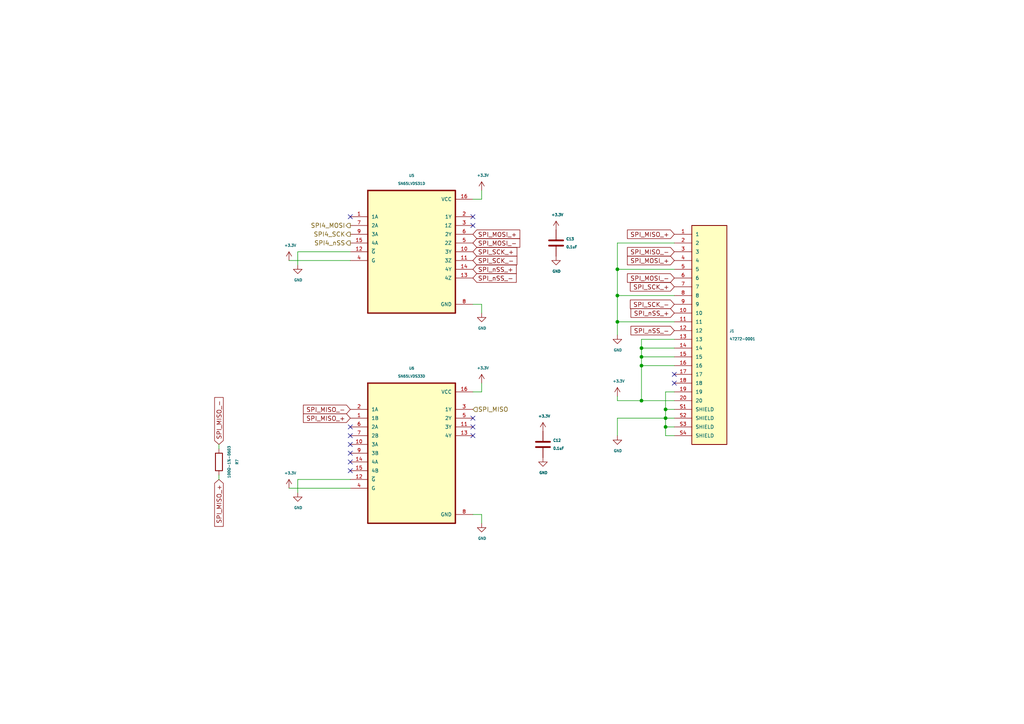
<source format=kicad_sch>
(kicad_sch (version 20230121) (generator eeschema)
  (paper "A4")
  (lib_symbols
    (symbol "Device:C" (pin_numbers hide) (pin_names (offset 0.254))
      (property "Reference" "C" (at 0.635 2.54 0))
      (property "Value" "C" (at 0.635 -2.54 0))
      (symbol "C_0_1"
        (polyline (pts (xy -2.032 -0.762) (xy 2.032 -0.762)) (stroke (width 0.508)))
        (polyline (pts (xy -2.032 0.762) (xy 2.032 0.762)) (stroke (width 0.508)))
      )
      (symbol "C_1_1"
        (pin passive line (at 0 3.81 270) (length 2.794) (name "~") (number "1"))
        (pin passive line (at 0 -3.81 90) (length 2.794) (name "~") (number "2"))
      )
    )
    (symbol "Device:R" (pin_numbers hide) (pin_names (offset 0))
      (property "Reference" "R" (at 2.032 0 90))
      (property "Value" "R" (at 0 0 90))
      (symbol "R_0_1"
        (rectangle (start -1.016 -2.54) (end 1.016 2.54) (stroke (width 0.254)))
      )
      (symbol "R_1_1"
        (pin passive line (at 0 3.81 270) (length 1.27) (name "~") (number "1"))
        (pin passive line (at 0 -3.81 90) (length 1.27) (name "~") (number "2"))
      )
    )
    (symbol "EVCONCEPT:47272-0001" (pin_names (offset 1.016))
      (property "Reference" "J" (at -5.08 28.448 0))
      (property "Value" "EVCONCEPT_47272-0001" (at -6.35 -38.1 0))
      (symbol "47272-0001_0_0"
        (rectangle (start -5.08 -35.56) (end 5.08 27.94) (stroke (width 0.254)) (fill (type background)))
        (pin passive line (at -10.16 25.4 0) (length 5.08) (name "1") (number "1"))
        (pin passive line (at -10.16 2.54 0) (length 5.08) (name "10") (number "10"))
        (pin passive line (at -10.16 0 0) (length 5.08) (name "11") (number "11"))
        (pin passive line (at -10.16 -2.54 0) (length 5.08) (name "12") (number "12"))
        (pin passive line (at -10.16 -5.08 0) (length 5.08) (name "13") (number "13"))
        (pin passive line (at -10.16 -7.62 0) (length 5.08) (name "14") (number "14"))
        (pin passive line (at -10.16 -10.16 0) (length 5.08) (name "15") (number "15"))
        (pin passive line (at -10.16 -12.7 0) (length 5.08) (name "16") (number "16"))
        (pin passive line (at -10.16 -15.24 0) (length 5.08) (name "17") (number "17"))
        (pin passive line (at -10.16 -17.78 0) (length 5.08) (name "18") (number "18"))
        (pin passive line (at -10.16 -20.32 0) (length 5.08) (name "19") (number "19"))
        (pin passive line (at -10.16 22.86 0) (length 5.08) (name "2") (number "2"))
        (pin passive line (at -10.16 -22.86 0) (length 5.08) (name "20") (number "20"))
        (pin passive line (at -10.16 20.32 0) (length 5.08) (name "3") (number "3"))
        (pin passive line (at -10.16 17.78 0) (length 5.08) (name "4") (number "4"))
        (pin passive line (at -10.16 15.24 0) (length 5.08) (name "5") (number "5"))
        (pin passive line (at -10.16 12.7 0) (length 5.08) (name "6") (number "6"))
        (pin passive line (at -10.16 10.16 0) (length 5.08) (name "7") (number "7"))
        (pin passive line (at -10.16 7.62 0) (length 5.08) (name "8") (number "8"))
        (pin passive line (at -10.16 5.08 0) (length 5.08) (name "9") (number "9"))
        (pin passive line (at -10.16 -25.4 0) (length 5.08) (name "SHIELD") (number "S1"))
        (pin passive line (at -10.16 -27.94 0) (length 5.08) (name "SHIELD") (number "S2"))
        (pin passive line (at -10.16 -30.48 0) (length 5.08) (name "SHIELD") (number "S3"))
        (pin passive line (at -10.16 -33.02 0) (length 5.08) (name "SHIELD") (number "S4"))
      )
    )
    (symbol "EVCONCEPT:SN65LVDS31D" (pin_names (offset 1.016))
      (property "Reference" "U" (at -12.7 18.7706 0))
      (property "Value" "EVCONCEPT_SN65LVDS31D" (at -12.7 -21.7678 0))
      (symbol "SN65LVDS31D_0_0"
        (rectangle (start -12.7 -17.78) (end 12.7 17.78) (stroke (width 0.4064)) (fill (type background)))
        (pin input line (at -17.78 10.16 0) (length 5.08) (name "1A") (number "1"))
        (pin output line (at 17.78 0 180) (length 5.08) (name "3Y") (number "10"))
        (pin output line (at 17.78 -2.54 180) (length 5.08) (name "3Z") (number "11"))
        (pin input line (at -17.78 0 0) (length 5.08) (name "~{G}") (number "12"))
        (pin output line (at 17.78 -7.62 180) (length 5.08) (name "4Z") (number "13"))
        (pin output line (at 17.78 -5.08 180) (length 5.08) (name "4Y") (number "14"))
        (pin input line (at -17.78 2.54 0) (length 5.08) (name "4A") (number "15"))
        (pin power_in line (at 17.78 15.24 180) (length 5.08) (name "VCC") (number "16"))
        (pin output line (at 17.78 10.16 180) (length 5.08) (name "1Y") (number "2"))
        (pin output line (at 17.78 7.62 180) (length 5.08) (name "1Z") (number "3"))
        (pin input line (at -17.78 -2.54 0) (length 5.08) (name "G") (number "4"))
        (pin output line (at 17.78 2.54 180) (length 5.08) (name "2Z") (number "5"))
        (pin output line (at 17.78 5.08 180) (length 5.08) (name "2Y") (number "6"))
        (pin input line (at -17.78 7.62 0) (length 5.08) (name "2A") (number "7"))
        (pin power_in line (at 17.78 -15.24 180) (length 5.08) (name "GND") (number "8"))
        (pin input line (at -17.78 5.08 0) (length 5.08) (name "3A") (number "9"))
      )
    )
    (symbol "EVCONCEPT:SN65LVDS33D" (pin_names (offset 1.016))
      (property "Reference" "U" (at -12.7 21.3106 0))
      (property "Value" "EVCONCEPT_SN65LVDS33D" (at -12.7 -24.3078 0))
      (symbol "SN65LVDS33D_0_0"
        (rectangle (start -12.7 -20.32) (end 12.7 20.32) (stroke (width 0.4064)) (fill (type background)))
        (pin input line (at -17.78 10.16 0) (length 5.08) (name "1B") (number "1"))
        (pin input line (at -17.78 2.54 0) (length 5.08) (name "3A") (number "10"))
        (pin output line (at 17.78 7.62 180) (length 5.08) (name "3Y") (number "11"))
        (pin input line (at -17.78 -7.62 0) (length 5.08) (name "~{G}") (number "12"))
        (pin output line (at 17.78 5.08 180) (length 5.08) (name "4Y") (number "13"))
        (pin input line (at -17.78 -2.54 0) (length 5.08) (name "4A") (number "14"))
        (pin input line (at -17.78 -5.08 0) (length 5.08) (name "4B") (number "15"))
        (pin power_in line (at 17.78 17.78 180) (length 5.08) (name "VCC") (number "16"))
        (pin input line (at -17.78 12.7 0) (length 5.08) (name "1A") (number "2"))
        (pin output line (at 17.78 12.7 180) (length 5.08) (name "1Y") (number "3"))
        (pin input line (at -17.78 -10.16 0) (length 5.08) (name "G") (number "4"))
        (pin output line (at 17.78 10.16 180) (length 5.08) (name "2Y") (number "5"))
        (pin input line (at -17.78 7.62 0) (length 5.08) (name "2A") (number "6"))
        (pin input line (at -17.78 5.08 0) (length 5.08) (name "2B") (number "7"))
        (pin power_in line (at 17.78 -17.78 180) (length 5.08) (name "GND") (number "8"))
        (pin input line (at -17.78 0 0) (length 5.08) (name "3B") (number "9"))
      )
    )
    (symbol "power:+3.3V" (power) (pin_names (offset 0))
      (property "Value" "+3.3V" (at 0 3.556 0))
      (symbol "+3.3V_0_1"
        (polyline (pts (xy -0.762 1.27) (xy 0 2.54)))
        (polyline (pts (xy 0 0) (xy 0 2.54)))
        (polyline (pts (xy 0 2.54) (xy 0.762 1.27)))
      )
      (symbol "+3.3V_1_1"
        (pin power_in line (at 0 0 90) (length 0) hide (name "+3.3V") (number "1"))
      )
    )
    (symbol "power:GND" (power) (pin_names (offset 0))
      (property "Value" "GND" (at 0 -3.81 0))
      (symbol "GND_0_1"
        (polyline (pts (xy 0 0) (xy 0 -1.27) (xy 1.27 -1.27) (xy 0 -2.54) (xy -1.27 -1.27) (xy 0 -1.27)))
      )
      (symbol "GND_1_1"
        (pin power_in line (at 0 0 270) (length 0) hide (name "GND") (number "1"))
      )
    )
  )
  (junction (at 186.055 116.205))
  (junction (at 186.055 100.965))
  (junction (at 186.055 103.505))
  (junction (at 179.07 78.105))
  (junction (at 193.04 118.745))
  (junction (at 186.055 106.045))
  (junction (at 193.04 123.825))
  (junction (at 193.04 121.285))
  (junction (at 179.07 85.725))
  (junction (at 179.07 93.345))
  (no_connect (at 101.6 136.525))
  (no_connect (at 195.58 108.585))
  (no_connect (at 101.6 133.985))
  (no_connect (at 137.16 65.405))
  (no_connect (at 137.16 126.365))
  (no_connect (at 101.6 131.445))
  (no_connect (at 101.6 128.905))
  (no_connect (at 137.16 123.825))
  (no_connect (at 101.6 126.365))
  (no_connect (at 195.58 111.125))
  (no_connect (at 137.16 62.865))
  (no_connect (at 101.6 62.865))
  (no_connect (at 137.16 121.285))
  (no_connect (at 101.6 123.825))
  (wire (pts (xy 63.5 137.795) (xy 63.5 139.065)))
  (wire (pts (xy 63.5 128.905) (xy 63.5 130.175)))
  (wire (pts (xy 186.055 103.505) (xy 186.055 106.045)))
  (wire (pts (xy 195.58 78.105) (xy 179.07 78.105)))
  (wire (pts (xy 186.055 100.965) (xy 195.58 100.965)))
  (wire (pts (xy 83.82 141.605) (xy 101.6 141.605)))
  (wire (pts (xy 86.36 139.065) (xy 101.6 139.065)))
  (wire (pts (xy 195.58 93.345) (xy 179.07 93.345)))
  (wire (pts (xy 195.58 98.425) (xy 186.055 98.425)))
  (wire (pts (xy 179.07 116.205) (xy 179.07 114.935)))
  (wire (pts (xy 186.055 100.965) (xy 186.055 103.505)))
  (wire (pts (xy 186.055 106.045) (xy 195.58 106.045)))
  (wire (pts (xy 83.82 75.565) (xy 101.6 75.565)))
  (wire (pts (xy 137.16 149.225) (xy 139.7 149.225)))
  (wire (pts (xy 179.07 70.485) (xy 179.07 78.105)))
  (wire (pts (xy 137.16 88.265) (xy 139.7 88.265)))
  (wire (pts (xy 179.07 78.105) (xy 179.07 85.725)))
  (wire (pts (xy 137.16 57.785) (xy 139.7 57.785)))
  (wire (pts (xy 179.07 93.345) (xy 179.07 97.155)))
  (wire (pts (xy 193.04 113.665) (xy 193.04 118.745)))
  (wire (pts (xy 179.07 116.205) (xy 186.055 116.205)))
  (wire (pts (xy 186.055 98.425) (xy 186.055 100.965)))
  (wire (pts (xy 139.7 113.665) (xy 139.7 111.125)))
  (wire (pts (xy 86.36 73.025) (xy 86.36 76.835)))
  (wire (pts (xy 86.36 139.065) (xy 86.36 142.875)))
  (wire (pts (xy 195.58 121.285) (xy 193.04 121.285)))
  (wire (pts (xy 193.04 121.285) (xy 193.04 118.745)))
  (wire (pts (xy 186.055 116.205) (xy 195.58 116.205)))
  (wire (pts (xy 139.7 149.225) (xy 139.7 151.765)))
  (wire (pts (xy 179.07 121.285) (xy 179.07 126.365)))
  (wire (pts (xy 195.58 113.665) (xy 193.04 113.665)))
  (wire (pts (xy 186.055 103.505) (xy 195.58 103.505)))
  (wire (pts (xy 137.16 113.665) (xy 139.7 113.665)))
  (wire (pts (xy 179.07 85.725) (xy 179.07 93.345)))
  (wire (pts (xy 139.7 88.265) (xy 139.7 90.805)))
  (wire (pts (xy 193.04 126.365) (xy 193.04 123.825)))
  (wire (pts (xy 195.58 123.825) (xy 193.04 123.825)))
  (wire (pts (xy 195.58 126.365) (xy 193.04 126.365)))
  (wire (pts (xy 139.7 57.785) (xy 139.7 55.245)))
  (wire (pts (xy 195.58 85.725) (xy 179.07 85.725)))
  (wire (pts (xy 193.04 118.745) (xy 195.58 118.745)))
  (wire (pts (xy 186.055 106.045) (xy 186.055 116.205)))
  (wire (pts (xy 179.07 121.285) (xy 193.04 121.285)))
  (wire (pts (xy 195.58 70.485) (xy 179.07 70.485)))
  (wire (pts (xy 86.36 73.025) (xy 101.6 73.025)))
  (wire (pts (xy 193.04 121.285) (xy 193.04 123.825)))
  (global_label "SPI_MISO_-" (shape input) (at 63.5 128.905 90) (property "Intersheetrefs" "${INTERSHEET_REFS}" (effects hide)))
  (global_label "SPI_nSS_+" (shape input) (at 195.58 90.805 180) (property "Intersheetrefs" "${INTERSHEET_REFS}" (effects hide)))
  (global_label "SPI_MISO_+" (shape input) (at 63.5 139.065 270) (property "Intersheetrefs" "${INTERSHEET_REFS}" (effects hide)))
  (global_label "SPI_SCK_-" (shape input) (at 195.58 88.265 180) (property "Intersheetrefs" "${INTERSHEET_REFS}" (effects hide)))
  (global_label "SPI_MOSI_-" (shape input) (at 137.16 70.485 0) (property "Intersheetrefs" "${INTERSHEET_REFS}" (effects hide)))
  (global_label "SPI_SCK_+" (shape input) (at 137.16 73.025 0) (property "Intersheetrefs" "${INTERSHEET_REFS}" (effects hide)))
  (global_label "SPI_MOSI_+" (shape input) (at 137.16 67.945 0) (property "Intersheetrefs" "${INTERSHEET_REFS}" (effects hide)))
  (global_label "SPI_nSS_+" (shape input) (at 137.16 78.105 0) (property "Intersheetrefs" "${INTERSHEET_REFS}" (effects hide)))
  (global_label "SPI_nSS_-" (shape input) (at 137.16 80.645 0) (property "Intersheetrefs" "${INTERSHEET_REFS}" (effects hide)))
  (global_label "SPI_MISO_+" (shape input) (at 101.6 121.285 180) (property "Intersheetrefs" "${INTERSHEET_REFS}" (effects hide)))
  (global_label "SPI_SCK_+" (shape input) (at 195.58 83.185 180) (property "Intersheetrefs" "${INTERSHEET_REFS}" (effects hide)))
  (global_label "SPI_MISO_+" (shape input) (at 195.58 67.945 180) (property "Intersheetrefs" "${INTERSHEET_REFS}" (effects hide)))
  (global_label "SPI_MISO_-" (shape input) (at 101.6 118.745 180) (property "Intersheetrefs" "${INTERSHEET_REFS}" (effects hide)))
  (global_label "SPI_MOSI_-" (shape input) (at 195.58 80.645 180) (property "Intersheetrefs" "${INTERSHEET_REFS}" (effects hide)))
  (global_label "SPI_SCK_-" (shape input) (at 137.16 75.565 0) (property "Intersheetrefs" "${INTERSHEET_REFS}" (effects hide)))
  (global_label "SPI_MOSI_+" (shape input) (at 195.58 75.565 180) (property "Intersheetrefs" "${INTERSHEET_REFS}" (effects hide)))
  (global_label "SPI_MISO_-" (shape input) (at 195.58 73.025 180) (property "Intersheetrefs" "${INTERSHEET_REFS}" (effects hide)))
  (global_label "SPI_nSS_-" (shape input) (at 195.58 95.885 180) (property "Intersheetrefs" "${INTERSHEET_REFS}" (effects hide)))
  (hierarchical_label "SPI4_MOSI" (shape output) (at 101.6 65.405 180))
  (hierarchical_label "SPI_MISO" (shape input) (at 137.16 118.745 0))
  (hierarchical_label "SPI4_nSS" (shape output) (at 101.6 70.485 180))
  (hierarchical_label "SPI4_SCK" (shape output) (at 101.6 67.945 180))
  (symbol (lib_id "power:+3.3V") (at 179.07 114.935 0) (unit 1)
    (property "Reference" "#PWR033" (effects hide))
    (property "Value" "+3.3V" (at 179.451 110.5408 0) (effects (font (size 0.75 0.75))))
    (instances (project "Knockoff Inverter" (path "" (reference "#PWR033") (unit 1)) (path "" (reference "#PWR043") (unit 1))) (project "DRV8350S_Double" (path "" (reference "#PWR0153") (unit 1))))
  )
  (symbol (lib_id "Device:C") (at 161.29 70.485 0) (unit 1)
    (property "Reference" "C13" (at 164.211 69.3166 0) (effects (font (size 0.75 0.75)) (justify left)))
    (property "Value" "0.1uF" (at 164.211 71.628 0) (effects (font (size 0.75 0.75)) (justify left)))
    (property "Footprint" "Capacitor_SMD:C_0603_1608Metric" (effects hide))
    (property "LCSC" "C14663" (effects hide))
    (property "MPN" "C14663" (effects hide))
    (instances (project "Knockoff Inverter" (path "" (reference "C13") (unit 1)) (path "" (reference "C13") (unit 1))) (project "DRV8350S_Double" (path "" (reference "C88") (unit 1))))
  )
  (symbol (lib_id "power:+3.3V") (at 83.82 141.605 0) (unit 1)
    (property "Reference" "#PWR035" (effects hide))
    (property "Value" "+3.3V" (at 84.201 137.2108 0) (effects (font (size 0.75 0.75))))
    (instances (project "Knockoff Inverter" (path "" (reference "#PWR035") (unit 1)) (path "" (reference "#PWR075") (unit 1))) (project "DRV8350S_Double" (path "" (reference "#PWR0110") (unit 1))))
  )
  (symbol (lib_id "EVCONCEPT:SN65LVDS31D") (at 119.38 73.025 0) (unit 1)
    (property "Reference" "U5" (at 119.38 50.927 0) (effects (font (size 0.75 0.75))))
    (property "Value" "SN65LVDS31D" (at 119.38 53.2384 0) (effects (font (size 0.75 0.75))))
    (property "Footprint" "Package_SO:SOIC-16_3.9x9.9mm_P1.27mm" (effects hide))
    (property "LCSC" "C1508988" (effects hide))
    (property "MPN" "C1508988" (effects hide))
    (instances (project "Knockoff Inverter" (path "" (reference "U5") (unit 1)) (path "" (reference "U5") (unit 1))) (project "DRV8350S_Double" (path "" (reference "U10") (unit 1))))
  )
  (symbol (lib_id "power:GND") (at 86.36 142.875 0) (unit 1)
    (property "Reference" "#PWR036" (effects hide))
    (property "Value" "GND" (at 86.487 147.2692 0) (effects (font (size 0.75 0.75))))
    (instances (project "Knockoff Inverter" (path "" (reference "#PWR036") (unit 1)) (path "" (reference "#PWR076") (unit 1))) (project "DRV8350S_Double" (path "" (reference "#PWR0109") (unit 1))))
  )
  (symbol (lib_id "power:GND") (at 157.48 132.715 0) (unit 1)
    (property "Reference" "#PWR042" (effects hide))
    (property "Value" "GND" (at 157.607 137.1092 0) (effects (font (size 0.75 0.75))))
    (instances (project "Knockoff Inverter" (path "" (reference "#PWR042") (unit 1)) (path "" (reference "#PWR039") (unit 1))) (project "DRV8350S_Double" (path "" (reference "#PWR0182") (unit 1))))
  )
  (symbol (lib_id "power:+3.3V") (at 139.7 111.125 0) (unit 1)
    (property "Reference" "#PWR039" (effects hide))
    (property "Value" "+3.3V" (at 140.081 106.7308 0) (effects (font (size 0.75 0.75))))
    (instances (project "Knockoff Inverter" (path "" (reference "#PWR039") (unit 1)) (path "" (reference "#PWR036") (unit 1))) (project "DRV8350S_Double" (path "" (reference "#PWR0140") (unit 1))))
  )
  (symbol (lib_id "power:+3.3V") (at 139.7 55.245 0) (unit 1)
    (property "Reference" "#PWR037" (effects hide))
    (property "Value" "+3.3V" (at 140.081 50.8508 0) (effects (font (size 0.75 0.75))))
    (instances (project "Knockoff Inverter" (path "" (reference "#PWR037") (unit 1)) (path "" (reference "#PWR034") (unit 1))) (project "DRV8350S_Double" (path "" (reference "#PWR0107") (unit 1))))
  )
  (symbol (lib_id "Device:C") (at 157.48 128.905 0) (unit 1)
    (property "Reference" "C12" (at 160.401 127.7366 0) (effects (font (size 0.75 0.75)) (justify left)))
    (property "Value" "0.1uF" (at 160.401 130.048 0) (effects (font (size 0.75 0.75)) (justify left)))
    (property "Footprint" "Capacitor_SMD:C_0603_1608Metric" (effects hide))
    (property "LCSC" "C14663" (effects hide))
    (property "MPN" "C14663" (effects hide))
    (instances (project "Knockoff Inverter" (path "" (reference "C12") (unit 1)) (path "" (reference "C12") (unit 1))) (project "DRV8350S_Double" (path "" (reference "C87") (unit 1))))
  )
  (symbol (lib_id "EVCONCEPT:47272-0001") (at 205.74 93.345 0) (unit 1)
    (property "Reference" "J1" (at 211.582 95.9866 0) (effects (font (size 0.75 0.75)) (justify left)))
    (property "Value" "47272-0001" (at 211.582 98.298 0) (effects (font (size 0.75 0.75)) (justify left)))
    (property "Footprint" "_Home_Grow:MOLEX_47272-0001" (effects hide))
    (property "DESCRIPTION" "Conn Display Port RCP 20 POS 0.5mm Solder RA SMD 20 Terminal 1 Port DisplayPort T/R" (effects hide))
    (property "PACKAGE" "None" (effects hide))
    (property "AVAILABILITY" "Unavailable" (effects hide))
    (property "MP" "47272-0001" (effects hide))
    (property "PRICE" "None" (effects hide))
    (property "MF" "Molex" (effects hide))
    (property "LCSC" "C711350" (effects hide))
    (property "MPN" "C711350" (effects hide))
    (instances (project "Knockoff Inverter" (path "" (reference "J1") (unit 1)) (path "" (reference "J1") (unit 1))) (project "DRV8350S_Double" (path "" (reference "J4") (unit 1))))
  )
  (symbol (lib_id "power:GND") (at 179.07 126.365 0) (unit 1)
    (property "Reference" "#PWR034" (effects hide))
    (property "Value" "GND" (at 179.197 130.7592 0) (effects (font (size 0.75 0.75))))
    (instances (project "Knockoff Inverter" (path "" (reference "#PWR034") (unit 1)) (path "" (reference "#PWR044") (unit 1))) (project "DRV8350S_Double" (path "" (reference "#PWR0152") (unit 1))))
  )
  (symbol (lib_id "power:GND") (at 139.7 90.805 0) (unit 1)
    (property "Reference" "#PWR038" (effects hide))
    (property "Value" "GND" (at 139.827 95.1992 0) (effects (font (size 0.75 0.75))))
    (instances (project "Knockoff Inverter" (path "" (reference "#PWR038") (unit 1)) (path "" (reference "#PWR035") (unit 1))) (project "DRV8350S_Double" (path "" (reference "#PWR0106") (unit 1))))
  )
  (symbol (lib_id "power:GND") (at 139.7 151.765 0) (unit 1)
    (property "Reference" "#PWR040" (effects hide))
    (property "Value" "GND" (at 139.827 156.1592 0) (effects (font (size 0.75 0.75))))
    (instances (project "Knockoff Inverter" (path "" (reference "#PWR040") (unit 1)) (path "" (reference "#PWR037") (unit 1))) (project "DRV8350S_Double" (path "" (reference "#PWR0139") (unit 1))))
  )
  (symbol (lib_id "power:+3.3V") (at 157.48 125.095 0) (unit 1)
    (property "Reference" "#PWR041" (effects hide))
    (property "Value" "+3.3V" (at 157.861 120.7008 0) (effects (font (size 0.75 0.75))))
    (instances (project "Knockoff Inverter" (path "" (reference "#PWR041") (unit 1)) (path "" (reference "#PWR038") (unit 1))) (project "DRV8350S_Double" (path "" (reference "#PWR0181") (unit 1))))
  )
  (symbol (lib_id "power:GND") (at 161.29 74.295 0) (unit 1)
    (property "Reference" "#PWR044" (effects hide))
    (property "Value" "GND" (at 161.417 78.6892 0) (effects (font (size 0.75 0.75))))
    (instances (project "Knockoff Inverter" (path "" (reference "#PWR044") (unit 1)) (path "" (reference "#PWR041") (unit 1))) (project "DRV8350S_Double" (path "" (reference "#PWR0180") (unit 1))))
  )
  (symbol (lib_id "power:+3.3V") (at 161.29 66.675 0) (unit 1)
    (property "Reference" "#PWR043" (effects hide))
    (property "Value" "+3.3V" (at 161.671 62.2808 0) (effects (font (size 0.75 0.75))))
    (instances (project "Knockoff Inverter" (path "" (reference "#PWR043") (unit 1)) (path "" (reference "#PWR040") (unit 1))) (project "DRV8350S_Double" (path "" (reference "#PWR0179") (unit 1))))
  )
  (symbol (lib_id "power:GND") (at 179.07 97.155 0) (unit 1)
    (property "Reference" "#PWR032" (effects hide))
    (property "Value" "GND" (at 179.197 101.5492 0) (effects (font (size 0.75 0.75))))
    (instances (project "Knockoff Inverter" (path "" (reference "#PWR032") (unit 1)) (path "" (reference "#PWR042") (unit 1))) (project "DRV8350S_Double" (path "" (reference "#PWR0154") (unit 1))))
  )
  (symbol (lib_id "Device:R") (at 63.5 133.985 180) (unit 1)
    (property "Reference" "R7" (at 68.7578 133.985 90) (effects (font (size 0.75 0.75))))
    (property "Value" "100Ω-1%-0603" (at 66.4464 133.985 90) (effects (font (size 0.75 0.75))))
    (property "Footprint" "Resistor_SMD:R_0603_1608Metric" (effects hide))
    (property "LCSC" "C22775" (effects hide))
    (property "MPN" "C22775" (effects hide))
    (instances (project "Knockoff Inverter" (path "" (reference "R7") (unit 1)) (path "" (reference "R7") (unit 1))) (project "DRV8350S_Double" (path "" (reference "R6") (unit 1))))
  )
  (symbol (lib_id "power:+3.3V") (at 83.82 75.565 0) (unit 1)
    (property "Reference" "#PWR035" (effects hide))
    (property "Value" "+3.3V" (at 84.201 71.1708 0) (effects (font (size 0.75 0.75))))
    (instances (project "Knockoff Inverter" (path "" (reference "#PWR035") (unit 1)) (path "" (reference "#PWR032") (unit 1))) (project "DRV8350S_Double" (path "" (reference "#PWR0110") (unit 1))))
  )
  (symbol (lib_id "power:GND") (at 86.36 76.835 0) (unit 1)
    (property "Reference" "#PWR036" (effects hide))
    (property "Value" "GND" (at 86.487 81.2292 0) (effects (font (size 0.75 0.75))))
    (instances (project "Knockoff Inverter" (path "" (reference "#PWR036") (unit 1)) (path "" (reference "#PWR033") (unit 1))) (project "DRV8350S_Double" (path "" (reference "#PWR0109") (unit 1))))
  )
  (symbol (lib_id "EVCONCEPT:SN65LVDS33D") (at 119.38 131.445 0) (unit 1)
    (property "Reference" "U6" (at 119.38 106.807 0) (effects (font (size 0.75 0.75))))
    (property "Value" "SN65LVDS33D" (at 119.38 109.1184 0) (effects (font (size 0.75 0.75))))
    (property "Footprint" "Package_SO:SOIC-16_3.9x9.9mm_P1.27mm" (effects hide))
    (property "MPN" "C1508989" (effects hide))
    (property "LCSC" "C1508989" (effects hide))
    (instances (project "Knockoff Inverter" (path "" (reference "U6") (unit 1)) (path "" (reference "U6") (unit 1))) (project "DRV8350S_Double" (path "" (reference "U14") (unit 1))))
  )
)
</source>
